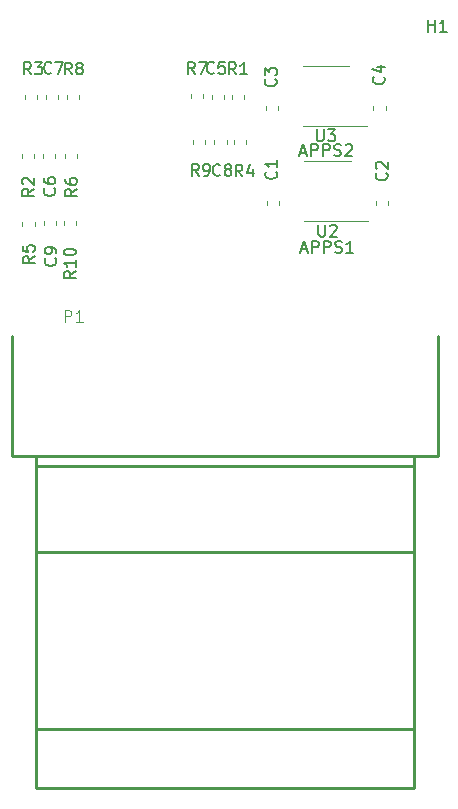
<source format=gbr>
G04 #@! TF.GenerationSoftware,KiCad,Pcbnew,(5.1.2)-2*
G04 #@! TF.CreationDate,2020-01-30T13:06:46+01:00*
G04 #@! TF.ProjectId,Pedalbox Extenion Board,50656461-6c62-46f7-9820-457874656e69,rev?*
G04 #@! TF.SameCoordinates,Original*
G04 #@! TF.FileFunction,Legend,Top*
G04 #@! TF.FilePolarity,Positive*
%FSLAX46Y46*%
G04 Gerber Fmt 4.6, Leading zero omitted, Abs format (unit mm)*
G04 Created by KiCad (PCBNEW (5.1.2)-2) date 2020-01-30 13:06:46*
%MOMM*%
%LPD*%
G04 APERTURE LIST*
%ADD10C,0.150000*%
%ADD11C,0.120000*%
%ADD12C,0.254000*%
%ADD13C,0.015000*%
G04 APERTURE END LIST*
D10*
X156394423Y-129490766D02*
X156870614Y-129490766D01*
X156299185Y-129776480D02*
X156632519Y-128776480D01*
X156965852Y-129776480D01*
X157299185Y-129776480D02*
X157299185Y-128776480D01*
X157680138Y-128776480D01*
X157775376Y-128824100D01*
X157822995Y-128871719D01*
X157870614Y-128966957D01*
X157870614Y-129109814D01*
X157822995Y-129205052D01*
X157775376Y-129252671D01*
X157680138Y-129300290D01*
X157299185Y-129300290D01*
X158299185Y-129776480D02*
X158299185Y-128776480D01*
X158680138Y-128776480D01*
X158775376Y-128824100D01*
X158822995Y-128871719D01*
X158870614Y-128966957D01*
X158870614Y-129109814D01*
X158822995Y-129205052D01*
X158775376Y-129252671D01*
X158680138Y-129300290D01*
X158299185Y-129300290D01*
X159251566Y-129728861D02*
X159394423Y-129776480D01*
X159632519Y-129776480D01*
X159727757Y-129728861D01*
X159775376Y-129681242D01*
X159822995Y-129586004D01*
X159822995Y-129490766D01*
X159775376Y-129395528D01*
X159727757Y-129347909D01*
X159632519Y-129300290D01*
X159442042Y-129252671D01*
X159346804Y-129205052D01*
X159299185Y-129157433D01*
X159251566Y-129062195D01*
X159251566Y-128966957D01*
X159299185Y-128871719D01*
X159346804Y-128824100D01*
X159442042Y-128776480D01*
X159680138Y-128776480D01*
X159822995Y-128824100D01*
X160203947Y-128871719D02*
X160251566Y-128824100D01*
X160346804Y-128776480D01*
X160584900Y-128776480D01*
X160680138Y-128824100D01*
X160727757Y-128871719D01*
X160775376Y-128966957D01*
X160775376Y-129062195D01*
X160727757Y-129205052D01*
X160156328Y-129776480D01*
X160775376Y-129776480D01*
X156457923Y-137682266D02*
X156934114Y-137682266D01*
X156362685Y-137967980D02*
X156696019Y-136967980D01*
X157029352Y-137967980D01*
X157362685Y-137967980D02*
X157362685Y-136967980D01*
X157743638Y-136967980D01*
X157838876Y-137015600D01*
X157886495Y-137063219D01*
X157934114Y-137158457D01*
X157934114Y-137301314D01*
X157886495Y-137396552D01*
X157838876Y-137444171D01*
X157743638Y-137491790D01*
X157362685Y-137491790D01*
X158362685Y-137967980D02*
X158362685Y-136967980D01*
X158743638Y-136967980D01*
X158838876Y-137015600D01*
X158886495Y-137063219D01*
X158934114Y-137158457D01*
X158934114Y-137301314D01*
X158886495Y-137396552D01*
X158838876Y-137444171D01*
X158743638Y-137491790D01*
X158362685Y-137491790D01*
X159315066Y-137920361D02*
X159457923Y-137967980D01*
X159696019Y-137967980D01*
X159791257Y-137920361D01*
X159838876Y-137872742D01*
X159886495Y-137777504D01*
X159886495Y-137682266D01*
X159838876Y-137587028D01*
X159791257Y-137539409D01*
X159696019Y-137491790D01*
X159505542Y-137444171D01*
X159410304Y-137396552D01*
X159362685Y-137348933D01*
X159315066Y-137253695D01*
X159315066Y-137158457D01*
X159362685Y-137063219D01*
X159410304Y-137015600D01*
X159505542Y-136967980D01*
X159743638Y-136967980D01*
X159886495Y-137015600D01*
X160838876Y-137967980D02*
X160267447Y-137967980D01*
X160553161Y-137967980D02*
X160553161Y-136967980D01*
X160457923Y-137110838D01*
X160362685Y-137206076D01*
X160267447Y-137253695D01*
D11*
X147318000Y-128416233D02*
X147318000Y-128758767D01*
X148338000Y-128416233D02*
X148338000Y-128758767D01*
X150759700Y-128428933D02*
X150759700Y-128771467D01*
X151779700Y-128428933D02*
X151779700Y-128771467D01*
X149108700Y-128441633D02*
X149108700Y-128784167D01*
X150128700Y-128441633D02*
X150128700Y-128784167D01*
X136345200Y-135311033D02*
X136345200Y-135653567D01*
X137365200Y-135311033D02*
X137365200Y-135653567D01*
X137631900Y-124948767D02*
X137631900Y-124606233D01*
X136611900Y-124948767D02*
X136611900Y-124606233D01*
X148147500Y-124897967D02*
X148147500Y-124555433D01*
X147127500Y-124897967D02*
X147127500Y-124555433D01*
X136421400Y-129597333D02*
X136421400Y-129939867D01*
X137441400Y-129597333D02*
X137441400Y-129939867D01*
X132852700Y-135350433D02*
X132852700Y-135692967D01*
X133872700Y-135350433D02*
X133872700Y-135692967D01*
X134075900Y-124910667D02*
X134075900Y-124568133D01*
X133055900Y-124910667D02*
X133055900Y-124568133D01*
X132827300Y-129584633D02*
X132827300Y-129927167D01*
X133847300Y-129584633D02*
X133847300Y-129927167D01*
X151627300Y-124948767D02*
X151627300Y-124606233D01*
X150607300Y-124948767D02*
X150607300Y-124606233D01*
X134656100Y-135299633D02*
X134656100Y-135642167D01*
X135676100Y-135299633D02*
X135676100Y-135642167D01*
X135866600Y-124923367D02*
X135866600Y-124580833D01*
X134846600Y-124923367D02*
X134846600Y-124580833D01*
X134618000Y-129571933D02*
X134618000Y-129914467D01*
X135638000Y-129571933D02*
X135638000Y-129914467D01*
X149912800Y-124923367D02*
X149912800Y-124580833D01*
X148892800Y-124923367D02*
X148892800Y-124580833D01*
X163590700Y-125850467D02*
X163590700Y-125507933D01*
X162570700Y-125850467D02*
X162570700Y-125507933D01*
X154497500Y-125901267D02*
X154497500Y-125558733D01*
X153477500Y-125901267D02*
X153477500Y-125558733D01*
X163781200Y-133914967D02*
X163781200Y-133572433D01*
X162761200Y-133914967D02*
X162761200Y-133572433D01*
X154611800Y-133940367D02*
X154611800Y-133597833D01*
X153591800Y-133940367D02*
X153591800Y-133597833D01*
D12*
X166000000Y-163300000D02*
X166000000Y-155200000D01*
X134000000Y-163300000D02*
X134000000Y-155200000D01*
X134000000Y-156000000D02*
X166000000Y-156000000D01*
X166000000Y-178300000D02*
X166000000Y-183300000D01*
X134000000Y-178300000D02*
X134000000Y-183300000D01*
X166000000Y-183300000D02*
X134000000Y-183300000D01*
X166000000Y-163300000D02*
X134000000Y-163300000D01*
X136750000Y-155200000D02*
X132000000Y-155200000D01*
X163250000Y-155200000D02*
X136750000Y-155200000D01*
X168000000Y-155200000D02*
X163250000Y-155200000D01*
X132000000Y-155200000D02*
X132000000Y-145000000D01*
X134000000Y-178300000D02*
X134000000Y-163300000D01*
X166000000Y-178300000D02*
X134000000Y-178300000D01*
X166000000Y-163300000D02*
X166000000Y-178300000D01*
X168000000Y-145000000D02*
X168000000Y-155200000D01*
D11*
X158673800Y-130180400D02*
X156723800Y-130180400D01*
X158673800Y-130180400D02*
X160623800Y-130180400D01*
X158673800Y-135300400D02*
X156723800Y-135300400D01*
X158673800Y-135300400D02*
X162123800Y-135300400D01*
X158534100Y-127235900D02*
X161984100Y-127235900D01*
X158534100Y-127235900D02*
X156584100Y-127235900D01*
X158534100Y-122115900D02*
X160484100Y-122115900D01*
X158534100Y-122115900D02*
X156584100Y-122115900D01*
D10*
X167208295Y-119235480D02*
X167208295Y-118235480D01*
X167208295Y-118711671D02*
X167779723Y-118711671D01*
X167779723Y-119235480D02*
X167779723Y-118235480D01*
X168779723Y-119235480D02*
X168208295Y-119235480D01*
X168494009Y-119235480D02*
X168494009Y-118235480D01*
X168398771Y-118378338D01*
X168303533Y-118473576D01*
X168208295Y-118521195D01*
X147775633Y-131440180D02*
X147442300Y-130963990D01*
X147204204Y-131440180D02*
X147204204Y-130440180D01*
X147585157Y-130440180D01*
X147680395Y-130487800D01*
X147728014Y-130535419D01*
X147775633Y-130630657D01*
X147775633Y-130773514D01*
X147728014Y-130868752D01*
X147680395Y-130916371D01*
X147585157Y-130963990D01*
X147204204Y-130963990D01*
X148251823Y-131440180D02*
X148442300Y-131440180D01*
X148537538Y-131392561D01*
X148585157Y-131344942D01*
X148680395Y-131202085D01*
X148728014Y-131011609D01*
X148728014Y-130630657D01*
X148680395Y-130535419D01*
X148632776Y-130487800D01*
X148537538Y-130440180D01*
X148347061Y-130440180D01*
X148251823Y-130487800D01*
X148204204Y-130535419D01*
X148156585Y-130630657D01*
X148156585Y-130868752D01*
X148204204Y-130963990D01*
X148251823Y-131011609D01*
X148347061Y-131059228D01*
X148537538Y-131059228D01*
X148632776Y-131011609D01*
X148680395Y-130963990D01*
X148728014Y-130868752D01*
X151471333Y-131503680D02*
X151138000Y-131027490D01*
X150899904Y-131503680D02*
X150899904Y-130503680D01*
X151280857Y-130503680D01*
X151376095Y-130551300D01*
X151423714Y-130598919D01*
X151471333Y-130694157D01*
X151471333Y-130837014D01*
X151423714Y-130932252D01*
X151376095Y-130979871D01*
X151280857Y-131027490D01*
X150899904Y-131027490D01*
X152328476Y-130837014D02*
X152328476Y-131503680D01*
X152090380Y-130456061D02*
X151852285Y-131170347D01*
X152471333Y-131170347D01*
X149579033Y-131357642D02*
X149531414Y-131405261D01*
X149388557Y-131452880D01*
X149293319Y-131452880D01*
X149150461Y-131405261D01*
X149055223Y-131310023D01*
X149007604Y-131214785D01*
X148959985Y-131024309D01*
X148959985Y-130881452D01*
X149007604Y-130690976D01*
X149055223Y-130595738D01*
X149150461Y-130500500D01*
X149293319Y-130452880D01*
X149388557Y-130452880D01*
X149531414Y-130500500D01*
X149579033Y-130548119D01*
X150150461Y-130881452D02*
X150055223Y-130833833D01*
X150007604Y-130786214D01*
X149959985Y-130690976D01*
X149959985Y-130643357D01*
X150007604Y-130548119D01*
X150055223Y-130500500D01*
X150150461Y-130452880D01*
X150340938Y-130452880D01*
X150436176Y-130500500D01*
X150483795Y-130548119D01*
X150531414Y-130643357D01*
X150531414Y-130690976D01*
X150483795Y-130786214D01*
X150436176Y-130833833D01*
X150340938Y-130881452D01*
X150150461Y-130881452D01*
X150055223Y-130929071D01*
X150007604Y-130976690D01*
X149959985Y-131071928D01*
X149959985Y-131262404D01*
X150007604Y-131357642D01*
X150055223Y-131405261D01*
X150150461Y-131452880D01*
X150340938Y-131452880D01*
X150436176Y-131405261D01*
X150483795Y-131357642D01*
X150531414Y-131262404D01*
X150531414Y-131071928D01*
X150483795Y-130976690D01*
X150436176Y-130929071D01*
X150340938Y-130881452D01*
X137345680Y-139517357D02*
X136869490Y-139850690D01*
X137345680Y-140088785D02*
X136345680Y-140088785D01*
X136345680Y-139707833D01*
X136393300Y-139612595D01*
X136440919Y-139564976D01*
X136536157Y-139517357D01*
X136679014Y-139517357D01*
X136774252Y-139564976D01*
X136821871Y-139612595D01*
X136869490Y-139707833D01*
X136869490Y-140088785D01*
X137345680Y-138564976D02*
X137345680Y-139136404D01*
X137345680Y-138850690D02*
X136345680Y-138850690D01*
X136488538Y-138945928D01*
X136583776Y-139041166D01*
X136631395Y-139136404D01*
X136345680Y-137945928D02*
X136345680Y-137850690D01*
X136393300Y-137755452D01*
X136440919Y-137707833D01*
X136536157Y-137660214D01*
X136726633Y-137612595D01*
X136964728Y-137612595D01*
X137155204Y-137660214D01*
X137250442Y-137707833D01*
X137298061Y-137755452D01*
X137345680Y-137850690D01*
X137345680Y-137945928D01*
X137298061Y-138041166D01*
X137250442Y-138088785D01*
X137155204Y-138136404D01*
X136964728Y-138184023D01*
X136726633Y-138184023D01*
X136536157Y-138136404D01*
X136440919Y-138088785D01*
X136393300Y-138041166D01*
X136345680Y-137945928D01*
X137006033Y-122867680D02*
X136672700Y-122391490D01*
X136434604Y-122867680D02*
X136434604Y-121867680D01*
X136815557Y-121867680D01*
X136910795Y-121915300D01*
X136958414Y-121962919D01*
X137006033Y-122058157D01*
X137006033Y-122201014D01*
X136958414Y-122296252D01*
X136910795Y-122343871D01*
X136815557Y-122391490D01*
X136434604Y-122391490D01*
X137577461Y-122296252D02*
X137482223Y-122248633D01*
X137434604Y-122201014D01*
X137386985Y-122105776D01*
X137386985Y-122058157D01*
X137434604Y-121962919D01*
X137482223Y-121915300D01*
X137577461Y-121867680D01*
X137767938Y-121867680D01*
X137863176Y-121915300D01*
X137910795Y-121962919D01*
X137958414Y-122058157D01*
X137958414Y-122105776D01*
X137910795Y-122201014D01*
X137863176Y-122248633D01*
X137767938Y-122296252D01*
X137577461Y-122296252D01*
X137482223Y-122343871D01*
X137434604Y-122391490D01*
X137386985Y-122486728D01*
X137386985Y-122677204D01*
X137434604Y-122772442D01*
X137482223Y-122820061D01*
X137577461Y-122867680D01*
X137767938Y-122867680D01*
X137863176Y-122820061D01*
X137910795Y-122772442D01*
X137958414Y-122677204D01*
X137958414Y-122486728D01*
X137910795Y-122391490D01*
X137863176Y-122343871D01*
X137767938Y-122296252D01*
X147432733Y-122829580D02*
X147099400Y-122353390D01*
X146861304Y-122829580D02*
X146861304Y-121829580D01*
X147242257Y-121829580D01*
X147337495Y-121877200D01*
X147385114Y-121924819D01*
X147432733Y-122020057D01*
X147432733Y-122162914D01*
X147385114Y-122258152D01*
X147337495Y-122305771D01*
X147242257Y-122353390D01*
X146861304Y-122353390D01*
X147766066Y-121829580D02*
X148432733Y-121829580D01*
X148004161Y-122829580D01*
X137459980Y-132576866D02*
X136983790Y-132910200D01*
X137459980Y-133148295D02*
X136459980Y-133148295D01*
X136459980Y-132767342D01*
X136507600Y-132672104D01*
X136555219Y-132624485D01*
X136650457Y-132576866D01*
X136793314Y-132576866D01*
X136888552Y-132624485D01*
X136936171Y-132672104D01*
X136983790Y-132767342D01*
X136983790Y-133148295D01*
X136459980Y-131719723D02*
X136459980Y-131910200D01*
X136507600Y-132005438D01*
X136555219Y-132053057D01*
X136698076Y-132148295D01*
X136888552Y-132195914D01*
X137269504Y-132195914D01*
X137364742Y-132148295D01*
X137412361Y-132100676D01*
X137459980Y-132005438D01*
X137459980Y-131814961D01*
X137412361Y-131719723D01*
X137364742Y-131672104D01*
X137269504Y-131624485D01*
X137031409Y-131624485D01*
X136936171Y-131672104D01*
X136888552Y-131719723D01*
X136840933Y-131814961D01*
X136840933Y-132005438D01*
X136888552Y-132100676D01*
X136936171Y-132148295D01*
X137031409Y-132195914D01*
X133878580Y-138279166D02*
X133402390Y-138612500D01*
X133878580Y-138850595D02*
X132878580Y-138850595D01*
X132878580Y-138469642D01*
X132926200Y-138374404D01*
X132973819Y-138326785D01*
X133069057Y-138279166D01*
X133211914Y-138279166D01*
X133307152Y-138326785D01*
X133354771Y-138374404D01*
X133402390Y-138469642D01*
X133402390Y-138850595D01*
X132878580Y-137374404D02*
X132878580Y-137850595D01*
X133354771Y-137898214D01*
X133307152Y-137850595D01*
X133259533Y-137755357D01*
X133259533Y-137517261D01*
X133307152Y-137422023D01*
X133354771Y-137374404D01*
X133450009Y-137326785D01*
X133688104Y-137326785D01*
X133783342Y-137374404D01*
X133830961Y-137422023D01*
X133878580Y-137517261D01*
X133878580Y-137755357D01*
X133830961Y-137850595D01*
X133783342Y-137898214D01*
X133564333Y-122842280D02*
X133231000Y-122366090D01*
X132992904Y-122842280D02*
X132992904Y-121842280D01*
X133373857Y-121842280D01*
X133469095Y-121889900D01*
X133516714Y-121937519D01*
X133564333Y-122032757D01*
X133564333Y-122175614D01*
X133516714Y-122270852D01*
X133469095Y-122318471D01*
X133373857Y-122366090D01*
X132992904Y-122366090D01*
X133897666Y-121842280D02*
X134516714Y-121842280D01*
X134183380Y-122223233D01*
X134326238Y-122223233D01*
X134421476Y-122270852D01*
X134469095Y-122318471D01*
X134516714Y-122413709D01*
X134516714Y-122651804D01*
X134469095Y-122747042D01*
X134421476Y-122794661D01*
X134326238Y-122842280D01*
X134040523Y-122842280D01*
X133945285Y-122794661D01*
X133897666Y-122747042D01*
X133827780Y-132551466D02*
X133351590Y-132884800D01*
X133827780Y-133122895D02*
X132827780Y-133122895D01*
X132827780Y-132741942D01*
X132875400Y-132646704D01*
X132923019Y-132599085D01*
X133018257Y-132551466D01*
X133161114Y-132551466D01*
X133256352Y-132599085D01*
X133303971Y-132646704D01*
X133351590Y-132741942D01*
X133351590Y-133122895D01*
X132923019Y-132170514D02*
X132875400Y-132122895D01*
X132827780Y-132027657D01*
X132827780Y-131789561D01*
X132875400Y-131694323D01*
X132923019Y-131646704D01*
X133018257Y-131599085D01*
X133113495Y-131599085D01*
X133256352Y-131646704D01*
X133827780Y-132218133D01*
X133827780Y-131599085D01*
X150912533Y-122854980D02*
X150579200Y-122378790D01*
X150341104Y-122854980D02*
X150341104Y-121854980D01*
X150722057Y-121854980D01*
X150817295Y-121902600D01*
X150864914Y-121950219D01*
X150912533Y-122045457D01*
X150912533Y-122188314D01*
X150864914Y-122283552D01*
X150817295Y-122331171D01*
X150722057Y-122378790D01*
X150341104Y-122378790D01*
X151864914Y-122854980D02*
X151293485Y-122854980D01*
X151579200Y-122854980D02*
X151579200Y-121854980D01*
X151483961Y-121997838D01*
X151388723Y-122093076D01*
X151293485Y-122140695D01*
X135624842Y-138444266D02*
X135672461Y-138491885D01*
X135720080Y-138634742D01*
X135720080Y-138729980D01*
X135672461Y-138872838D01*
X135577223Y-138968076D01*
X135481985Y-139015695D01*
X135291509Y-139063314D01*
X135148652Y-139063314D01*
X134958176Y-139015695D01*
X134862938Y-138968076D01*
X134767700Y-138872838D01*
X134720080Y-138729980D01*
X134720080Y-138634742D01*
X134767700Y-138491885D01*
X134815319Y-138444266D01*
X135720080Y-137968076D02*
X135720080Y-137777600D01*
X135672461Y-137682361D01*
X135624842Y-137634742D01*
X135481985Y-137539504D01*
X135291509Y-137491885D01*
X134910557Y-137491885D01*
X134815319Y-137539504D01*
X134767700Y-137587123D01*
X134720080Y-137682361D01*
X134720080Y-137872838D01*
X134767700Y-137968076D01*
X134815319Y-138015695D01*
X134910557Y-138063314D01*
X135148652Y-138063314D01*
X135243890Y-138015695D01*
X135291509Y-137968076D01*
X135339128Y-137872838D01*
X135339128Y-137682361D01*
X135291509Y-137587123D01*
X135243890Y-137539504D01*
X135148652Y-137491885D01*
X135291533Y-122710242D02*
X135243914Y-122757861D01*
X135101057Y-122805480D01*
X135005819Y-122805480D01*
X134862961Y-122757861D01*
X134767723Y-122662623D01*
X134720104Y-122567385D01*
X134672485Y-122376909D01*
X134672485Y-122234052D01*
X134720104Y-122043576D01*
X134767723Y-121948338D01*
X134862961Y-121853100D01*
X135005819Y-121805480D01*
X135101057Y-121805480D01*
X135243914Y-121853100D01*
X135291533Y-121900719D01*
X135624866Y-121805480D02*
X136291533Y-121805480D01*
X135862961Y-122805480D01*
X135548642Y-132513366D02*
X135596261Y-132560985D01*
X135643880Y-132703842D01*
X135643880Y-132799080D01*
X135596261Y-132941938D01*
X135501023Y-133037176D01*
X135405785Y-133084795D01*
X135215309Y-133132414D01*
X135072452Y-133132414D01*
X134881976Y-133084795D01*
X134786738Y-133037176D01*
X134691500Y-132941938D01*
X134643880Y-132799080D01*
X134643880Y-132703842D01*
X134691500Y-132560985D01*
X134739119Y-132513366D01*
X134643880Y-131656223D02*
X134643880Y-131846700D01*
X134691500Y-131941938D01*
X134739119Y-131989557D01*
X134881976Y-132084795D01*
X135072452Y-132132414D01*
X135453404Y-132132414D01*
X135548642Y-132084795D01*
X135596261Y-132037176D01*
X135643880Y-131941938D01*
X135643880Y-131751461D01*
X135596261Y-131656223D01*
X135548642Y-131608604D01*
X135453404Y-131560985D01*
X135215309Y-131560985D01*
X135120071Y-131608604D01*
X135072452Y-131656223D01*
X135024833Y-131751461D01*
X135024833Y-131941938D01*
X135072452Y-132037176D01*
X135120071Y-132084795D01*
X135215309Y-132132414D01*
X149058333Y-122708942D02*
X149010714Y-122756561D01*
X148867857Y-122804180D01*
X148772619Y-122804180D01*
X148629761Y-122756561D01*
X148534523Y-122661323D01*
X148486904Y-122566085D01*
X148439285Y-122375609D01*
X148439285Y-122232752D01*
X148486904Y-122042276D01*
X148534523Y-121947038D01*
X148629761Y-121851800D01*
X148772619Y-121804180D01*
X148867857Y-121804180D01*
X149010714Y-121851800D01*
X149058333Y-121899419D01*
X149963095Y-121804180D02*
X149486904Y-121804180D01*
X149439285Y-122280371D01*
X149486904Y-122232752D01*
X149582142Y-122185133D01*
X149820238Y-122185133D01*
X149915476Y-122232752D01*
X149963095Y-122280371D01*
X150010714Y-122375609D01*
X150010714Y-122613704D01*
X149963095Y-122708942D01*
X149915476Y-122756561D01*
X149820238Y-122804180D01*
X149582142Y-122804180D01*
X149486904Y-122756561D01*
X149439285Y-122708942D01*
X163425142Y-123064566D02*
X163472761Y-123112185D01*
X163520380Y-123255042D01*
X163520380Y-123350280D01*
X163472761Y-123493138D01*
X163377523Y-123588376D01*
X163282285Y-123635995D01*
X163091809Y-123683614D01*
X162948952Y-123683614D01*
X162758476Y-123635995D01*
X162663238Y-123588376D01*
X162568000Y-123493138D01*
X162520380Y-123350280D01*
X162520380Y-123255042D01*
X162568000Y-123112185D01*
X162615619Y-123064566D01*
X162853714Y-122207423D02*
X163520380Y-122207423D01*
X162472761Y-122445519D02*
X163187047Y-122683614D01*
X163187047Y-122064566D01*
X154268442Y-123267766D02*
X154316061Y-123315385D01*
X154363680Y-123458242D01*
X154363680Y-123553480D01*
X154316061Y-123696338D01*
X154220823Y-123791576D01*
X154125585Y-123839195D01*
X153935109Y-123886814D01*
X153792252Y-123886814D01*
X153601776Y-123839195D01*
X153506538Y-123791576D01*
X153411300Y-123696338D01*
X153363680Y-123553480D01*
X153363680Y-123458242D01*
X153411300Y-123315385D01*
X153458919Y-123267766D01*
X153363680Y-122934433D02*
X153363680Y-122315385D01*
X153744633Y-122648719D01*
X153744633Y-122505861D01*
X153792252Y-122410623D01*
X153839871Y-122363004D01*
X153935109Y-122315385D01*
X154173204Y-122315385D01*
X154268442Y-122363004D01*
X154316061Y-122410623D01*
X154363680Y-122505861D01*
X154363680Y-122791576D01*
X154316061Y-122886814D01*
X154268442Y-122934433D01*
X163666442Y-131217966D02*
X163714061Y-131265585D01*
X163761680Y-131408442D01*
X163761680Y-131503680D01*
X163714061Y-131646538D01*
X163618823Y-131741776D01*
X163523585Y-131789395D01*
X163333109Y-131837014D01*
X163190252Y-131837014D01*
X162999776Y-131789395D01*
X162904538Y-131741776D01*
X162809300Y-131646538D01*
X162761680Y-131503680D01*
X162761680Y-131408442D01*
X162809300Y-131265585D01*
X162856919Y-131217966D01*
X162856919Y-130837014D02*
X162809300Y-130789395D01*
X162761680Y-130694157D01*
X162761680Y-130456061D01*
X162809300Y-130360823D01*
X162856919Y-130313204D01*
X162952157Y-130265585D01*
X163047395Y-130265585D01*
X163190252Y-130313204D01*
X163761680Y-130884633D01*
X163761680Y-130265585D01*
X154319242Y-131103666D02*
X154366861Y-131151285D01*
X154414480Y-131294142D01*
X154414480Y-131389380D01*
X154366861Y-131532238D01*
X154271623Y-131627476D01*
X154176385Y-131675095D01*
X153985909Y-131722714D01*
X153843052Y-131722714D01*
X153652576Y-131675095D01*
X153557338Y-131627476D01*
X153462100Y-131532238D01*
X153414480Y-131389380D01*
X153414480Y-131294142D01*
X153462100Y-131151285D01*
X153509719Y-131103666D01*
X154414480Y-130151285D02*
X154414480Y-130722714D01*
X154414480Y-130437000D02*
X153414480Y-130437000D01*
X153557338Y-130532238D01*
X153652576Y-130627476D01*
X153700195Y-130722714D01*
D13*
X136421548Y-143810395D02*
X136421548Y-142809269D01*
X136802930Y-142809269D01*
X136898275Y-142856942D01*
X136945948Y-142904614D01*
X136993620Y-142999960D01*
X136993620Y-143142978D01*
X136945948Y-143238323D01*
X136898275Y-143285996D01*
X136802930Y-143333668D01*
X136421548Y-143333668D01*
X137947074Y-143810395D02*
X137375002Y-143810395D01*
X137661038Y-143810395D02*
X137661038Y-142809269D01*
X137565692Y-142952287D01*
X137470347Y-143047632D01*
X137375002Y-143095305D01*
D10*
X157911895Y-135592780D02*
X157911895Y-136402304D01*
X157959514Y-136497542D01*
X158007133Y-136545161D01*
X158102371Y-136592780D01*
X158292847Y-136592780D01*
X158388085Y-136545161D01*
X158435704Y-136497542D01*
X158483323Y-136402304D01*
X158483323Y-135592780D01*
X158911895Y-135688019D02*
X158959514Y-135640400D01*
X159054752Y-135592780D01*
X159292847Y-135592780D01*
X159388085Y-135640400D01*
X159435704Y-135688019D01*
X159483323Y-135783257D01*
X159483323Y-135878495D01*
X159435704Y-136021352D01*
X158864276Y-136592780D01*
X159483323Y-136592780D01*
X157772195Y-127528280D02*
X157772195Y-128337804D01*
X157819814Y-128433042D01*
X157867433Y-128480661D01*
X157962671Y-128528280D01*
X158153147Y-128528280D01*
X158248385Y-128480661D01*
X158296004Y-128433042D01*
X158343623Y-128337804D01*
X158343623Y-127528280D01*
X158724576Y-127528280D02*
X159343623Y-127528280D01*
X159010290Y-127909233D01*
X159153147Y-127909233D01*
X159248385Y-127956852D01*
X159296004Y-128004471D01*
X159343623Y-128099709D01*
X159343623Y-128337804D01*
X159296004Y-128433042D01*
X159248385Y-128480661D01*
X159153147Y-128528280D01*
X158867433Y-128528280D01*
X158772195Y-128480661D01*
X158724576Y-128433042D01*
M02*

</source>
